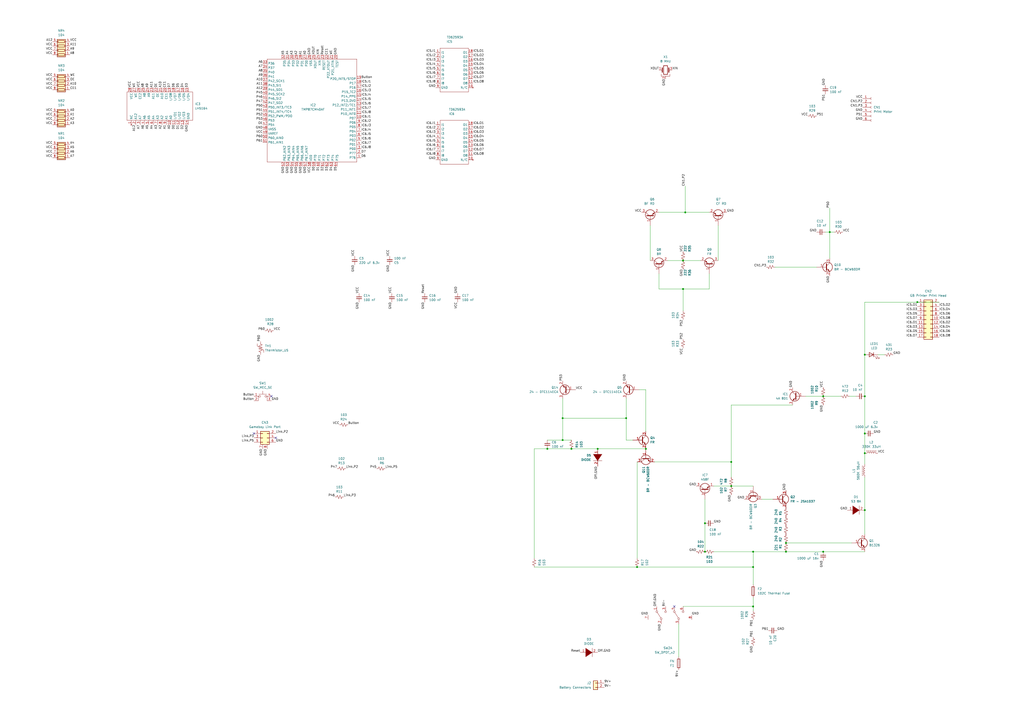
<source format=kicad_sch>
(kicad_sch (version 20211123) (generator eeschema)
  (paper "A2")
  (lib_symbols
    (symbol "Connector:Conn_01x06_Female" (pin_names (offset 1.016) hide)
      (property "Reference" "J" (at 0 7.62 0))
      (property "Value" "Conn_01x06_Female" (at 0 -10.16 0))
      (symbol "Conn_01x06_Female_1_1"
        (pin passive line (at -5.08 5.08 0) (length 3.81) (name "Pin_1") (number "1"))
        (pin passive line (at -5.08 2.54 0) (length 3.81) (name "Pin_2") (number "2"))
        (pin passive line (at -5.08 0 0) (length 3.81) (name "Pin_3") (number "3"))
        (pin passive line (at -5.08 -2.54 0) (length 3.81) (name "Pin_4") (number "4"))
        (pin passive line (at -5.08 -5.08 0) (length 3.81) (name "Pin_5") (number "5"))
        (pin passive line (at -5.08 -7.62 0) (length 3.81) (name "Pin_6") (number "6"))
      )
    )
    (symbol "Connector_Generic:Conn_01x02" (pin_names (offset 1.016) hide)
      (property "Reference" "J" (at 0 2.54 0))
      (property "Value" "Conn_01x02" (at 0 -5.08 0))
      (symbol "Conn_01x02_1_1"
        (pin passive line (at -5.08 0 0) (length 3.81) (name "Pin_1") (number "1"))
        (pin passive line (at -5.08 -2.54 0) (length 3.81) (name "Pin_2") (number "2"))
      )
    )
    (symbol "Connector_Generic:Conn_02x03_Odd_Even" (pin_names (offset 1.016) hide)
      (property "Reference" "CN3" (at 1.27 8.89 0))
      (property "Value" "Gameboy Link Port" (at 1.27 6.35 0))
      (symbol "Conn_02x03_Odd_Even_1_1"
        (pin passive line (at -5.08 2.54 0) (length 3.81) (name "Pin_1") (number "1"))
        (pin passive line (at 7.62 2.54 180) (length 3.81) (name "Pin_2") (number "2"))
        (pin passive line (at -5.08 0 0) (length 3.81) (name "Pin_3") (number "3"))
        (pin passive line (at 7.62 0 180) (length 3.81) (name "Pin_4") (number "4"))
        (pin passive line (at -5.08 -2.54 0) (length 3.81) (name "Pin_5") (number "5"))
        (pin passive line (at 7.62 -2.54 180) (length 3.81) (name "Pin_6") (number "6"))
        (pin power_in line (at 0 -6.35 90) (length 2.54) (name "GND") (number "7"))
        (pin power_in line (at 2.54 -6.35 90) (length 2.54) (name "GND") (number "8"))
      )
    )
    (symbol "Connector_Generic:Conn_02x09_Odd_Even" (pin_names (offset 1.016) hide)
      (property "Reference" "J" (at 1.27 12.7 0))
      (property "Value" "Conn_02x09_Odd_Even" (at 1.27 -12.7 0))
      (symbol "Conn_02x09_Odd_Even_1_1"
        (pin passive line (at -5.08 10.16 0) (length 3.81) (name "Pin_1") (number "1"))
        (pin passive line (at 7.62 0 180) (length 3.81) (name "Pin_10") (number "10"))
        (pin passive line (at -5.08 -2.54 0) (length 3.81) (name "Pin_11") (number "11"))
        (pin passive line (at 7.62 -2.54 180) (length 3.81) (name "Pin_12") (number "12"))
        (pin passive line (at -5.08 -5.08 0) (length 3.81) (name "Pin_13") (number "13"))
        (pin passive line (at 7.62 -5.08 180) (length 3.81) (name "Pin_14") (number "14"))
        (pin passive line (at -5.08 -7.62 0) (length 3.81) (name "Pin_15") (number "15"))
        (pin passive line (at 7.62 -7.62 180) (length 3.81) (name "Pin_16") (number "16"))
        (pin passive line (at -5.08 -10.16 0) (length 3.81) (name "Pin_17") (number "17"))
        (pin passive line (at 7.62 -10.16 180) (length 3.81) (name "Pin_18") (number "18"))
        (pin passive line (at 7.62 10.16 180) (length 3.81) (name "Pin_2") (number "2"))
        (pin passive line (at -5.08 7.62 0) (length 3.81) (name "Pin_3") (number "3"))
        (pin passive line (at 7.62 7.62 180) (length 3.81) (name "Pin_4") (number "4"))
        (pin passive line (at -5.08 5.08 0) (length 3.81) (name "Pin_5") (number "5"))
        (pin passive line (at 7.62 5.08 180) (length 3.81) (name "Pin_6") (number "6"))
        (pin passive line (at -5.08 2.54 0) (length 3.81) (name "Pin_7") (number "7"))
        (pin passive line (at 7.62 2.54 180) (length 3.81) (name "Pin_8") (number "8"))
        (pin passive line (at -5.08 0 0) (length 3.81) (name "Pin_9") (number "9"))
      )
    )
    (symbol "Device:C_Small" (pin_numbers hide) (pin_names (offset 0.254) hide)
      (property "Reference" "C" (at 0.254 1.778 0))
      (property "Value" "C_Small" (at 0.254 -2.032 0))
      (symbol "C_Small_1_1"
        (pin passive line (at 0 2.54 270) (length 2.032) (name "~") (number "1"))
        (pin passive line (at 0 -2.54 90) (length 2.032) (name "~") (number "2"))
      )
    )
    (symbol "Device:Crystal_GND2" (pin_names (offset 1.016) hide)
      (property "Reference" "Y" (at 0 5.715 0))
      (property "Value" "Crystal_GND2" (at 0 3.81 0))
      (symbol "Crystal_GND2_1_1"
        (pin passive line (at -3.81 0 0) (length 1.27) (name "1") (number "1"))
        (pin passive line (at 0 -5.08 90) (length 1.27) (name "2") (number "2"))
        (pin passive line (at 3.81 0 180) (length 1.27) (name "3") (number "3"))
      )
    )
    (symbol "Device:Fuse" (pin_numbers hide) (pin_names (offset 0))
      (property "Reference" "F" (at 2.032 0 90))
      (property "Value" "Fuse" (at -1.905 0 90))
      (symbol "Fuse_1_1"
        (pin passive line (at 0 3.81 270) (length 1.27) (name "~") (number "1"))
        (pin passive line (at 0 -3.81 90) (length 1.27) (name "~") (number "2"))
      )
    )
    (symbol "Device:LED" (pin_numbers hide) (pin_names (offset 1.016) hide)
      (property "Reference" "D" (at 0 2.54 0))
      (property "Value" "LED" (at 0 -2.54 0))
      (symbol "LED_1_1"
        (pin passive line (at -3.81 0 0) (length 2.54) (name "K") (number "1"))
        (pin passive line (at 3.81 0 180) (length 2.54) (name "A") (number "2"))
      )
    )
    (symbol "Device:L_Ferrite" (pin_numbers hide) (pin_names (offset 1.016) hide)
      (property "Reference" "L" (at -1.27 0 90))
      (property "Value" "L_Ferrite" (at 2.794 0 90))
      (symbol "L_Ferrite_1_1"
        (pin passive line (at 0 3.81 270) (length 1.27) (name "1") (number "1"))
        (pin passive line (at 0 -3.81 90) (length 1.27) (name "2") (number "2"))
      )
    )
    (symbol "Device:Q_NPN_BEC" (pin_names (offset 0) hide)
      (property "Reference" "Q" (at 5.08 1.27 0))
      (property "Value" "Q_NPN_BEC" (at 5.08 -1.27 0))
      (symbol "Q_NPN_BEC_1_1"
        (pin input line (at -5.08 0 0) (length 5.715) (name "B") (number "1"))
        (pin passive line (at 2.54 -5.08 90) (length 2.54) (name "E") (number "2"))
        (pin passive line (at 2.54 5.08 270) (length 2.54) (name "C") (number "3"))
      )
    )
    (symbol "Device:Q_PNP_BCE" (pin_names (offset 0) hide)
      (property "Reference" "Q" (at 5.08 1.27 0))
      (property "Value" "Q_PNP_BCE" (at 5.08 -1.27 0))
      (symbol "Q_PNP_BCE_1_1"
        (pin input line (at -5.08 0 0) (length 5.715) (name "B") (number "1"))
        (pin passive line (at 2.54 5.08 270) (length 2.54) (name "C") (number "2"))
        (pin passive line (at 2.54 -5.08 90) (length 2.54) (name "E") (number "3"))
      )
    )
    (symbol "Device:Q_PNP_BEC" (pin_names (offset 0) hide)
      (property "Reference" "Q" (at 5.08 1.27 0))
      (property "Value" "Q_PNP_BEC" (at 5.08 -1.27 0))
      (symbol "Q_PNP_BEC_1_1"
        (pin input line (at -5.08 0 0) (length 5.715) (name "B") (number "1"))
        (pin passive line (at 2.54 -5.08 90) (length 2.54) (name "E") (number "2"))
        (pin passive line (at 2.54 5.08 270) (length 2.54) (name "C") (number "3"))
      )
    )
    (symbol "Device:R_Pack04" (pin_names (offset 0) hide)
      (property "Reference" "RN" (at -7.62 0 90))
      (property "Value" "R_Pack04" (at 5.08 0 90))
      (symbol "R_Pack04_1_1"
        (pin passive line (at -5.08 -5.08 90) (length 2.54) (name "R1.1") (number "1"))
        (pin passive line (at -2.54 -5.08 90) (length 2.54) (name "R2.1") (number "2"))
        (pin passive line (at 0 -5.08 90) (length 2.54) (name "R3.1") (number "3"))
        (pin passive line (at 2.54 -5.08 90) (length 2.54) (name "R4.1") (number "4"))
        (pin passive line (at 2.54 5.08 270) (length 2.54) (name "R4.2") (number "5"))
        (pin passive line (at 0 5.08 270) (length 2.54) (name "R3.2") (number "6"))
        (pin passive line (at -2.54 5.08 270) (length 2.54) (name "R2.2") (number "7"))
        (pin passive line (at -5.08 5.08 270) (length 2.54) (name "R1.2") (number "8"))
      )
    )
    (symbol "Device:R_Small_US" (pin_numbers hide) (pin_names (offset 0.254) hide)
      (property "Reference" "R" (at 0.762 0.508 0))
      (property "Value" "R_Small_US" (at 0.762 -1.016 0))
      (symbol "R_Small_US_1_1"
        (pin passive line (at 0 2.54 270) (length 1.016) (name "~") (number "1"))
        (pin passive line (at 0 -2.54 90) (length 1.016) (name "~") (number "2"))
      )
    )
    (symbol "Device:Thermistor_US" (pin_numbers hide) (pin_names (offset 0))
      (property "Reference" "TH" (at 2.54 1.27 90))
      (property "Value" "Thermistor_US" (at -2.54 0 90))
      (symbol "Thermistor_US_1_1"
        (pin passive line (at 0 3.81 270) (length 1.27) (name "~") (number "1"))
        (pin passive line (at 0 -3.81 90) (length 1.27) (name "~") (number "2"))
      )
    )
    (symbol "GB Printer:LH5164"
      (property "Reference" "U" (at 0 -1.27 0))
      (property "Value" "LH5164" (at 0 1.27 0))
      (symbol "LH5164_1_1"
        (pin no_connect line (at -16.51 -10.16 90) (length 2.54) (name "NC") (number "1"))
        (pin input line (at 6.35 -10.16 90) (length 2.54) (name "A0") (number "10"))
        (pin bidirectional line (at 8.89 -10.16 90) (length 2.54) (name "I/O1") (number "11"))
        (pin bidirectional line (at 11.43 -10.16 90) (length 2.54) (name "I/O2") (number "12"))
        (pin bidirectional line (at 13.97 -10.16 90) (length 2.54) (name "I/O3") (number "13"))
        (pin power_in line (at 16.51 -10.16 90) (length 2.54) (name "GND") (number "14"))
        (pin bidirectional line (at 16.51 11.43 270) (length 2.54) (name "I/O4") (number "15"))
        (pin bidirectional line (at 13.97 11.43 270) (length 2.54) (name "I/O5") (number "16"))
        (pin bidirectional line (at 11.43 11.43 270) (length 2.54) (name "I/O6") (number "17"))
        (pin bidirectional line (at 8.89 11.43 270) (length 2.54) (name "I/O7") (number "18"))
        (pin bidirectional line (at 6.35 11.43 270) (length 2.54) (name "I/O8") (number "19"))
        (pin input line (at -13.97 -10.16 90) (length 2.54) (name "A12") (number "2"))
        (pin input line (at 3.81 11.43 270) (length 2.54) (name "CE1") (number "20"))
        (pin input line (at 1.27 11.43 270) (length 2.54) (name "A10") (number "21"))
        (pin input line (at -1.27 11.43 270) (length 2.54) (name "OE") (number "22"))
        (pin input line (at -3.81 11.43 270) (length 2.54) (name "A11") (number "23"))
        (pin input line (at -6.35 11.43 270) (length 2.54) (name "A9") (number "24"))
        (pin input line (at -8.89 11.43 270) (length 2.54) (name "A8") (number "25"))
        (pin input line (at -11.43 11.43 270) (length 2.54) (name "CE2") (number "26"))
        (pin input line (at -13.97 11.43 270) (length 2.54) (name "WE") (number "27"))
        (pin power_in line (at -16.51 11.43 270) (length 2.54) (name "VCC") (number "28"))
        (pin input line (at -11.43 -10.16 90) (length 2.54) (name "A7") (number "3"))
        (pin input line (at -8.89 -10.16 90) (length 2.54) (name "A6") (number "4"))
        (pin input line (at -6.35 -10.16 90) (length 2.54) (name "A5") (number "5"))
        (pin input line (at -3.81 -10.16 90) (length 2.54) (name "A4") (number "6"))
        (pin input line (at -1.27 -10.16 90) (length 2.54) (name "A3") (number "7"))
        (pin input line (at 1.27 -10.16 90) (length 2.54) (name "A2") (number "8"))
        (pin input line (at 3.81 -10.16 90) (length 2.54) (name "A1") (number "9"))
      )
    )
    (symbol "GB Printer:TD62593A"
      (property "Reference" "U" (at 0 -1.27 0))
      (property "Value" "TD62593A" (at 0 1.27 0))
      (symbol "TD62593A_1_1"
        (pin input line (at -10.16 -10.16 90) (length 2.54) (name "I1") (number "1"))
        (pin no_connect line (at 10.16 11.43 270) (length 2.54) (name "N/C") (number "10"))
        (pin input line (at 7.62 11.43 270) (length 2.54) (name "O8") (number "11"))
        (pin input line (at 5.08 11.43 270) (length 2.54) (name "O7") (number "12"))
        (pin input line (at 2.54 11.43 270) (length 2.54) (name "O6") (number "13"))
        (pin input line (at 0 11.43 270) (length 2.54) (name "O5") (number "14"))
        (pin input line (at -2.54 11.43 270) (length 2.54) (name "O4") (number "15"))
        (pin input line (at -5.08 11.43 270) (length 2.54) (name "O3") (number "16"))
        (pin input line (at -7.62 11.43 270) (length 2.54) (name "O2") (number "17"))
        (pin input line (at -10.16 11.43 270) (length 2.54) (name "O1") (number "18"))
        (pin input line (at -7.62 -10.16 90) (length 2.54) (name "I2") (number "2"))
        (pin input line (at -5.08 -10.16 90) (length 2.54) (name "I3") (number "3"))
        (pin input line (at -2.54 -10.16 90) (length 2.54) (name "I4") (number "4"))
        (pin input line (at 0 -10.16 90) (length 2.54) (name "I5") (number "5"))
        (pin input line (at 2.54 -10.16 90) (length 2.54) (name "I6") (number "6"))
        (pin input line (at 5.08 -10.16 90) (length 2.54) (name "I7") (number "7"))
        (pin input line (at 7.62 -10.16 90) (length 2.54) (name "I8") (number "8"))
        (pin power_in line (at 10.16 -10.16 90) (length 2.54) (name "GND") (number "9"))
      )
    )
    (symbol "GB Printer:TMP87CM40AF"
      (property "Reference" "U" (at 0 2.54 0))
      (property "Value" "TMP87CM40AF" (at 0 0 0))
      (symbol "TMP87CM40AF_1_1"
        (pin bidirectional line (at -27.94 -29.21 90) (length 2.54) (name "P76") (number "1"))
        (pin bidirectional line (at -5.08 -29.21 90) (length 2.54) (name "P07") (number "10"))
        (pin bidirectional line (at -2.54 -29.21 90) (length 2.54) (name "P10_INT0") (number "11"))
        (pin bidirectional line (at 0 -29.21 90) (length 2.54) (name "P11_INT1") (number "12"))
        (pin bidirectional line (at 2.54 -29.21 90) (length 2.54) (name "P12_INT2/TC1") (number "13"))
        (pin bidirectional line (at 5.08 -29.21 90) (length 2.54) (name "P13_DVO") (number "14"))
        (pin bidirectional line (at 7.62 -29.21 90) (length 2.54) (name "P14_PPG") (number "15"))
        (pin bidirectional line (at 10.16 -29.21 90) (length 2.54) (name "P15_TC2") (number "16"))
        (pin bidirectional line (at 12.7 -29.21 90) (length 2.54) (name "P16") (number "17"))
        (pin bidirectional line (at 15.24 -29.21 90) (length 2.54) (name "P17") (number "18"))
        (pin bidirectional line (at 17.78 -29.21 90) (length 2.54) (name "P20_INT5/STOP") (number "19"))
        (pin bidirectional line (at -25.4 -29.21 90) (length 2.54) (name "P77") (number "2"))
        (pin input line (at 31.75 -15.24 180) (length 2.54) (name "TEST") (number "20"))
        (pin bidirectional line (at 31.75 -12.7 180) (length 2.54) (name "P21_XTIN") (number "21"))
        (pin bidirectional line (at 31.75 -10.16 180) (length 2.54) (name "P22_XTOUT") (number "22"))
        (pin bidirectional line (at 31.75 -7.62 180) (length 2.54) (name "RESET") (number "23"))
        (pin input line (at 31.75 -5.08 180) (length 2.54) (name "XIN") (number "24"))
        (pin output line (at 31.75 -2.54 180) (length 2.54) (name "XOUT") (number "25"))
        (pin power_in line (at 31.75 0 180) (length 2.54) (name "VSS") (number "26"))
        (pin bidirectional line (at 31.75 2.54 180) (length 2.54) (name "P30") (number "27"))
        (pin bidirectional line (at 31.75 5.08 180) (length 2.54) (name "P31") (number "28"))
        (pin bidirectional line (at 31.75 7.62 180) (length 2.54) (name "P32") (number "29"))
        (pin bidirectional line (at -22.86 -29.21 90) (length 2.54) (name "P00") (number "3"))
        (pin bidirectional line (at 31.75 10.16 180) (length 2.54) (name "P33") (number "30"))
        (pin bidirectional line (at 31.75 12.7 180) (length 2.54) (name "P34") (number "31"))
        (pin bidirectional line (at 31.75 15.24 180) (length 2.54) (name "P35") (number "32"))
        (pin bidirectional line (at 26.67 27.94 270) (length 2.54) (name "P36") (number "33"))
        (pin bidirectional line (at 24.13 27.94 270) (length 2.54) (name "P37") (number "34"))
        (pin bidirectional line (at 21.59 27.94 270) (length 2.54) (name "P40") (number "35"))
        (pin bidirectional line (at 19.05 27.94 270) (length 2.54) (name "P41") (number "36"))
        (pin bidirectional line (at 16.51 27.94 270) (length 2.54) (name "P42_SCK1") (number "37"))
        (pin bidirectional line (at 13.97 27.94 270) (length 2.54) (name "P43_SI1") (number "38"))
        (pin bidirectional line (at 11.43 27.94 270) (length 2.54) (name "P44_SO1") (number "39"))
        (pin bidirectional line (at -20.32 -29.21 90) (length 2.54) (name "P01") (number "4"))
        (pin bidirectional line (at 8.89 27.94 270) (length 2.54) (name "P45_SCK2") (number "40"))
        (pin bidirectional line (at 6.35 27.94 270) (length 2.54) (name "P46_SI2") (number "41"))
        (pin bidirectional line (at 3.81 27.94 270) (length 2.54) (name "P47_SO2") (number "42"))
        (pin bidirectional line (at 1.27 27.94 270) (length 2.54) (name "P50_INT3/TC3") (number "43"))
        (pin bidirectional line (at -1.27 27.94 270) (length 2.54) (name "P51_INT4/TC4") (number "44"))
        (pin bidirectional line (at -3.81 27.94 270) (length 2.54) (name "P52_PWM/PDO") (number "45"))
        (pin bidirectional line (at -6.35 27.94 270) (length 2.54) (name "P53") (number "46"))
        (pin bidirectional line (at -8.89 27.94 270) (length 2.54) (name "P54") (number "47"))
        (pin power_in line (at -11.43 27.94 270) (length 2.54) (name "VASS") (number "48"))
        (pin power_in line (at -13.97 27.94 270) (length 2.54) (name "VAREF") (number "49"))
        (pin bidirectional line (at -17.78 -29.21 90) (length 2.54) (name "P02") (number "5"))
        (pin bidirectional line (at -16.51 27.94 270) (length 2.54) (name "P60_AIN0") (number "50"))
        (pin bidirectional line (at -19.05 27.94 270) (length 2.54) (name "P61_AIN1") (number "51"))
        (pin bidirectional line (at -33.02 15.24 0) (length 2.54) (name "P62_AIN2") (number "52"))
        (pin bidirectional line (at -33.02 12.7 0) (length 2.54) (name "P63_AIN3") (number "53"))
        (pin bidirectional line (at -33.02 10.16 0) (length 2.54) (name "P64_AIN4") (number "54"))
        (pin bidirectional line (at -33.02 7.62 0) (length 2.54) (name "P65_AIN5") (number "55"))
        (pin bidirectional line (at -33.02 5.08 0) (length 2.54) (name "P66_AIN6") (number "56"))
        (pin bidirectional line (at -33.02 2.54 0) (length 2.54) (name "P67_AIN7") (number "57"))
        (pin power_in line (at -33.02 0 0) (length 2.54) (name "VDD") (number "58"))
        (pin bidirectional line (at -33.02 -2.54 0) (length 2.54) (name "P70") (number "59"))
        (pin bidirectional line (at -15.24 -29.21 90) (length 2.54) (name "P03") (number "6"))
        (pin bidirectional line (at -33.02 -5.08 0) (length 2.54) (name "P71") (number "60"))
        (pin bidirectional line (at -33.02 -7.62 0) (length 2.54) (name "P72") (number "61"))
        (pin bidirectional line (at -33.02 -10.16 0) (length 2.54) (name "P73") (number "62"))
        (pin bidirectional line (at -33.02 -12.7 0) (length 2.54) (name "P74") (number "63"))
        (pin bidirectional line (at -33.02 -15.24 0) (length 2.54) (name "P75") (number "64"))
        (pin bidirectional line (at -12.7 -29.21 90) (length 2.54) (name "P04") (number "7"))
        (pin bidirectional line (at -10.16 -29.21 90) (length 2.54) (name "P05") (number "8"))
        (pin bidirectional line (at -7.62 -29.21 90) (length 2.54) (name "P06") (number "9"))
      )
    )
    (symbol "GBA:SW_DPDT_x2" (pin_names (offset 0) hide)
      (property "Reference" "J?" (at -12.7 15.24 0))
      (property "Value" "SW_DPDT_x2" (at -7.62 17.78 0))
      (symbol "SW_DPDT_x2_1_1"
        (pin passive line (at 5.08 2.54 180) (length 2.54) (name "A") (number "1"))
        (pin passive line (at -5.08 0 0) (length 2.54) (name "B") (number "2"))
        (pin passive line (at 5.08 -2.54 180) (length 2.54) (name "C") (number "3"))
        (pin passive line (at 5.08 -7.62 180) (length 2.54) (name "A") (number "4"))
        (pin passive line (at -5.08 -10.16 0) (length 2.54) (name "B") (number "5"))
        (pin passive line (at 5.08 -12.7 180) (length 2.54) (name "C") (number "6"))
        (pin power_in line (at 0 7.62 180) (length 2.54) (name "Case_GND") (number "7"))
        (pin power_in line (at 0 -17.78 180) (length 2.54) (name "Case_GND") (number "8"))
      )
      (symbol "SW_DPDT_x2_2_1"
        (pin passive line (at 5.08 2.54 180) (length 2.54) (name "A") (number "4"))
        (pin power_in line (at 1.27 7.62 0) (length 2.54) (name "Case_GND") (number "4-UB"))
        (pin passive line (at -5.08 0 0) (length 2.54) (name "B") (number "5"))
        (pin power_in line (at 1.27 -7.62 0) (length 2.54) (name "Case_GND") (number "5-UB"))
        (pin passive line (at 5.08 -2.54 180) (length 2.54) (name "C") (number "6"))
      )
    )
    (symbol "Switch:SW_MEC_5E" (pin_names (offset 1.016) hide)
      (property "Reference" "SW" (at 0.635 5.715 0))
      (property "Value" "SW_MEC_5E" (at 0 -3.175 0))
      (symbol "SW_MEC_5E_0_1"
        (pin passive line (at -5.08 2.54 0) (length 2.54) (name "1") (number "1"))
        (pin passive line (at -5.08 0 0) (length 2.54) (name "2") (number "2"))
        (pin passive line (at 5.08 0 180) (length 2.54) (name "K") (number "3"))
        (pin passive line (at 5.08 2.54 180) (length 2.54) (name "A") (number "4"))
      )
    )
    (symbol "Transistor_BJT:2N3904" (pin_names (offset 0) hide)
      (property "Reference" "Q" (at 5.08 1.905 0))
      (property "Value" "2N3904" (at 5.08 0 0))
      (symbol "2N3904_1_1"
        (pin passive line (at 2.54 -5.08 90) (length 2.54) (name "E") (number "1"))
        (pin passive line (at -5.08 0 0) (length 5.715) (name "B") (number "2"))
        (pin passive line (at 2.54 5.08 270) (length 2.54) (name "C") (number "3"))
      )
    )
    (symbol "pspice:DIODE" (pin_names (offset 1.016) hide)
      (property "Reference" "D" (at 0 3.81 0))
      (property "Value" "DIODE" (at 0 -4.445 0))
      (symbol "DIODE_1_1"
        (pin input line (at -5.08 0 0) (length 3.81) (name "K") (number "1"))
        (pin input line (at 5.08 0 180) (length 3.81) (name "A") (number "2"))
      )
    )
  )
  (junction (at 326.39 242.57))
  (junction (at 424.18 267.97))
  (junction (at 501.65 295.91))
  (junction (at 408.94 303.53))
  (junction (at 501.65 251.46))
  (junction (at 363.22 242.57))
  (junction (at 501.65 262.89))
  (junction (at 326.39 255.27))
  (junction (at 374.65 260.35))
  (junction (at 436.88 351.79))
  (junction (at 436.88 328.93))
  (junction (at 501.65 229.87))
  (junction (at 501.65 205.74))
  (junction (at 369.57 328.93))
  (junction (at 532.13 175.26))
  (junction (at 396.24 151.13))
  (junction (at 331.47 260.35))
  (junction (at 346.71 260.35))
  (junction (at 455.93 314.96))
  (junction (at 424.18 281.94))
  (junction (at 397.51 123.19))
  (junction (at 481.33 134.62))
  (junction (at 455.93 320.04))
  (junction (at 436.88 320.04))
  (junction (at 477.52 229.87))
  (junction (at 408.94 320.04))
  (junction (at 317.5 260.35))
  (junction (at 477.52 320.04))
  (junction (at 396.24 167.64))
  (no_connect (at 391.16 351.79))
  (no_connect (at 160.02 254))
  (no_connect (at 147.32 251.46))
  (no_connect (at 157.48 229.87))
  (wire (pts (xy 369.57 267.97) (xy 369.57 323.85)))
  (wire (pts (xy 396.24 351.79) (xy 436.88 351.79)))
  (wire (pts (xy 532.13 175.26) (xy 501.65 175.26)))
  (wire (pts (xy 436.88 320.04) (xy 455.93 320.04)))
  (wire (pts (xy 379.73 267.97) (xy 424.18 267.97)))
  (wire (pts (xy 382.27 158.75) (xy 382.27 167.64)))
  (wire (pts (xy 411.48 158.75) (xy 411.48 167.64)))
  (wire (pts (xy 481.33 120.65) (xy 481.33 134.62)))
  (wire (pts (xy 477.52 229.87) (xy 467.36 229.87)))
  (wire (pts (xy 326.39 242.57) (xy 326.39 255.27)))
  (wire (pts (xy 406.4 151.13) (xy 396.24 151.13)))
  (wire (pts (xy 387.35 151.13) (xy 396.24 151.13)))
  (wire (pts (xy 331.47 255.27) (xy 326.39 255.27)))
  (wire (pts (xy 408.94 289.56) (xy 408.94 303.53)))
  (wire (pts (xy 501.65 295.91) (xy 501.65 309.88)))
  (wire (pts (xy 455.93 320.04) (xy 477.52 320.04)))
  (wire (pts (xy 441.96 289.56) (xy 448.31 289.56)))
  (wire (pts (xy 449.58 154.94) (xy 473.71 154.94)))
  (wire (pts (xy 501.65 276.86) (xy 501.65 295.91)))
  (wire (pts (xy 414.02 320.04) (xy 436.88 320.04)))
  (wire (pts (xy 393.7 361.95) (xy 393.7 381)))
  (wire (pts (xy 544.83 175.26) (xy 532.13 175.26)))
  (wire (pts (xy 309.88 323.85) (xy 309.88 260.35)))
  (wire (pts (xy 326.39 255.27) (xy 317.5 255.27)))
  (wire (pts (xy 326.39 231.14) (xy 326.39 242.57)))
  (wire (pts (xy 377.19 130.81) (xy 377.19 151.13)))
  (wire (pts (xy 363.22 242.57) (xy 326.39 242.57)))
  (wire (pts (xy 382.27 123.19) (xy 397.51 123.19)))
  (wire (pts (xy 501.65 251.46) (xy 501.65 262.89)))
  (wire (pts (xy 369.57 328.93) (xy 436.88 328.93)))
  (wire (pts (xy 424.18 234.95) (xy 424.18 267.97)))
  (wire (pts (xy 436.88 351.79) (xy 436.88 354.33)))
  (wire (pts (xy 331.47 260.35) (xy 346.71 260.35)))
  (wire (pts (xy 309.88 328.93) (xy 369.57 328.93)))
  (wire (pts (xy 408.94 303.53) (xy 408.94 320.04)))
  (wire (pts (xy 501.65 175.26) (xy 501.65 205.74)))
  (wire (pts (xy 481.33 134.62) (xy 483.87 134.62)))
  (wire (pts (xy 496.57 229.87) (xy 492.76 229.87)))
  (wire (pts (xy 424.18 281.94) (xy 436.88 281.94)))
  (wire (pts (xy 478.79 134.62) (xy 481.33 134.62)))
  (wire (pts (xy 513.08 205.74) (xy 509.27 205.74)))
  (wire (pts (xy 487.68 229.87) (xy 477.52 229.87)))
  (wire (pts (xy 346.71 260.35) (xy 374.65 260.35)))
  (wire (pts (xy 501.65 205.74) (xy 501.65 229.87)))
  (wire (pts (xy 363.22 242.57) (xy 363.22 231.14)))
  (wire (pts (xy 317.5 260.35) (xy 331.47 260.35)))
  (wire (pts (xy 374.65 226.06) (xy 374.65 250.19)))
  (wire (pts (xy 436.88 320.04) (xy 436.88 328.93)))
  (wire (pts (xy 396.24 180.34) (xy 396.24 167.64)))
  (wire (pts (xy 363.22 255.27) (xy 363.22 242.57)))
  (wire (pts (xy 501.65 229.87) (xy 501.65 251.46)))
  (wire (pts (xy 424.18 267.97) (xy 424.18 276.86)))
  (wire (pts (xy 424.18 234.95) (xy 459.74 234.95)))
  (wire (pts (xy 481.33 134.62) (xy 481.33 149.86)))
  (wire (pts (xy 397.51 123.19) (xy 411.48 123.19)))
  (wire (pts (xy 455.93 314.96) (xy 494.03 314.96)))
  (wire (pts (xy 396.24 167.64) (xy 411.48 167.64)))
  (wire (pts (xy 414.02 281.94) (xy 424.18 281.94)))
  (wire (pts (xy 477.52 320.04) (xy 501.65 320.04)))
  (wire (pts (xy 397.51 107.95) (xy 397.51 123.19)))
  (wire (pts (xy 416.56 130.81) (xy 416.56 151.13)))
  (wire (pts (xy 374.65 226.06) (xy 370.84 226.06)))
  (wire (pts (xy 436.88 328.93) (xy 436.88 339.09)))
  (wire (pts (xy 436.88 346.71) (xy 436.88 351.79)))
  (wire (pts (xy 363.22 255.27) (xy 367.03 255.27)))
  (wire (pts (xy 309.88 260.35) (xy 317.5 260.35)))
  (wire (pts (xy 501.65 262.89) (xy 501.65 269.24)))
  (wire (pts (xy 382.27 167.64) (xy 396.24 167.64)))
  (label "VCC" (at 30.48 46.99 180))
  (label "P47" (at 195.58 271.78 180))
  (label "IC6.O3" (at 274.32 77.47 0))
  (label "GND" (at 246.38 175.26 270))
  (label "P51" (at 478.79 54.61 270))
  (label "CN1.P3" (at 500.38 62.23 180))
  (label "VCC" (at 30.48 26.67 180))
  (label "GND" (at 450.85 365.76 0))
  (label "IC6.I8" (at 209.55 86.36 0))
  (label "VCC" (at 477.52 224.79 90))
  (label "P46" (at 152.4 57.15 180))
  (label "IC6.O1" (at 274.32 72.39 0))
  (label "A6" (at 152.4 36.83 180))
  (label "IC5.I4" (at 209.55 55.88 0))
  (label "IC5.I7" (at 209.55 63.5 0))
  (label "A3" (at 170.18 31.75 90))
  (label "CE1" (at 96.52 50.8 90))
  (label "IC5.O6" (at 274.32 43.18 0))
  (label "IC5.I4" (at 252.73 38.1 180))
  (label "GND" (at 151.13 205.74 270))
  (label "P50" (at 481.33 120.65 90))
  (label "P61" (at 152.4 82.55 180))
  (label "IC5.I2" (at 252.73 33.02 180))
  (label "IC6.I7" (at 209.55 83.82 0))
  (label "A0" (at 177.8 31.75 90))
  (label "VCC" (at 30.48 83.82 180))
  (label "IC5.I1" (at 252.73 30.48 180))
  (label "A10" (at 40.64 49.53 0))
  (label "IC6.I1" (at 252.73 72.39 180))
  (label "9V-" (at 386.08 351.79 90))
  (label "Reset" (at 246.38 170.18 90))
  (label "P51" (at 500.38 67.31 180))
  (label "VCC" (at 500.38 57.15 180))
  (label "IC6.I3" (at 209.55 73.66 0))
  (label "WE" (at 40.64 44.45 0))
  (label "IC5.I8" (at 209.55 66.04 0))
  (label "VCC" (at 30.48 29.21 180))
  (label "Off.GND" (at 346.71 378.46 0))
  (label "A9" (at 86.36 50.8 90))
  (label "A12" (at 152.4 52.07 180))
  (label "GND" (at 157.48 232.41 0))
  (label "Button" (at 201.93 246.38 0))
  (label "D7" (at 99.06 50.8 90))
  (label "IC6.I6" (at 252.73 85.09 180))
  (label "VCC" (at 76.2 50.8 90))
  (label "D6" (at 101.6 50.8 90))
  (label "Off.GND" (at 346.71 270.51 270))
  (label "A11" (at 152.4 49.53 180))
  (label "IC5.I5" (at 209.55 58.42 0))
  (label "P47" (at 152.4 59.69 180))
  (label "IC6.I4" (at 252.73 80.01 180))
  (label "VCC" (at 30.48 67.31 180))
  (label "Link.P3" (at 147.32 254 180))
  (label "GND" (at 205.74 153.67 270))
  (label "GND" (at 252.73 50.8 180))
  (label "VCC" (at 208.28 170.18 90))
  (label "A12" (at 30.48 24.13 180))
  (label "P52" (at 396.24 185.42 270))
  (label "GND" (at 154.94 260.35 270))
  (label "P45" (at 218.44 271.78 180))
  (label "Link.P5" (at 147.32 256.54 180))
  (label "P52" (at 396.24 196.85 90))
  (label "GND" (at 195.58 31.75 90))
  (label "IC5.O1" (at 274.32 30.48 0))
  (label "P60" (at 151.13 198.12 90))
  (label "CE1" (at 190.5 31.75 90))
  (label "A4" (at 167.64 31.75 90))
  (label "GND" (at 421.64 123.19 0))
  (label "A6" (at 83.82 72.39 270))
  (label "VCC" (at 30.48 69.85 180))
  (label "IC6.O8" (at 544.83 195.58 0))
  (label "A7" (at 81.28 72.39 270))
  (label "VCC" (at 180.34 96.52 270))
  (label "IC6.O7" (at 532.13 195.58 180))
  (label "A4" (at 88.9 72.39 270))
  (label "GND" (at 227.33 175.26 270))
  (label "IC6.I5" (at 209.55 78.74 0))
  (label "A11" (at 40.64 26.67 0))
  (label "GND" (at 208.28 175.26 270))
  (label "VCC" (at 30.48 86.36 180))
  (label "VCC" (at 334.01 226.06 0))
  (label "VCC" (at 30.48 52.07 180))
  (label "A1" (at 96.52 72.39 270))
  (label "A1" (at 40.64 67.31 0))
  (label "VCC" (at 30.48 91.44 180))
  (label "A5" (at 40.64 86.36 0))
  (label "GND" (at 414.02 303.53 0))
  (label "A5" (at 86.36 72.39 270))
  (label "Link.P2" (at 160.02 251.46 0))
  (label "A11" (at 88.9 50.8 90))
  (label "IC5.I3" (at 252.73 35.56 180))
  (label "Link.P3" (at 199.39 288.29 0))
  (label "A5" (at 165.1 31.75 90))
  (label "IC6.I6" (at 209.55 81.28 0))
  (label "IC5.I5" (at 252.73 40.64 180))
  (label "GND" (at 109.22 72.39 270))
  (label "GND" (at 478.79 49.53 90))
  (label "Off.GND" (at 381 351.79 90))
  (label "GND" (at 172.72 96.52 270))
  (label "XIN" (at 185.42 31.75 90))
  (label "VCC" (at 468.63 67.31 180))
  (label "CN1.P2" (at 397.51 107.95 90))
  (label "D5" (at 104.14 50.8 90))
  (label "VCC" (at 30.48 88.9 180))
  (label "GND" (at 165.1 96.52 270))
  (label "IC6.I1" (at 209.55 68.58 0))
  (label "9V-" (at 350.52 398.78 0))
  (label "VCC" (at 396.24 201.93 270))
  (label "GND" (at 252.73 92.71 180))
  (label "GND" (at 160.02 256.54 0))
  (label "A10" (at 152.4 46.99 180))
  (label "IC5.O8" (at 544.83 185.42 0))
  (label "Link.P5" (at 223.52 271.78 0))
  (label "IC6.O5" (at 532.13 193.04 180))
  (label "A6" (at 40.64 88.9 0))
  (label "VCC" (at 81.28 50.8 90))
  (label "GND" (at 436.88 374.65 270))
  (label "P46" (at 194.31 288.29 180))
  (label "D0" (at 101.6 72.39 270))
  (label "A7" (at 40.64 91.44 0))
  (label "A3" (at 40.64 72.39 0))
  (label "IC6.O2" (at 544.83 187.96 0))
  (label "IC6.O6" (at 274.32 85.09 0))
  (label "VCC" (at 488.95 134.62 0))
  (label "VCC" (at 396.24 146.05 90))
  (label "IC5.I6" (at 209.55 60.96 0))
  (label "IC6.O6" (at 544.83 193.04 0))
  (label "IC5.O3" (at 274.32 35.56 0))
  (label "OE" (at 152.4 72.39 180))
  (label "IC5.I7" (at 252.73 45.72 180))
  (label "D7" (at 209.55 88.9 0))
  (label "GND" (at 167.64 96.52 270))
  (label "VCC" (at 227.33 170.18 90))
  (label "IC5.O7" (at 532.13 185.42 180))
  (label "CE1" (at 40.64 52.07 0))
  (label "CN1.P2" (at 500.38 59.69 180))
  (label "D3" (at 109.22 50.8 90))
  (label "IC6.I7" (at 252.73 87.63 180))
  (label "A8" (at 83.82 50.8 90))
  (label "D1" (at 185.42 96.52 270))
  (label "P52" (at 152.4 67.31 180))
  (label "IC6.O7" (at 274.32 87.63 0))
  (label "GND" (at 383.54 361.95 270))
  (label "GND" (at 375.92 356.87 180))
  (label "VCC" (at 30.48 44.45 180))
  (label "IC6.O8" (at 274.32 90.17 0))
  (label "GND" (at 500.38 69.85 180))
  (label "GND" (at 403.86 320.04 180))
  (label "IC6.I5" (at 252.73 82.55 180))
  (label "A7" (at 152.4 39.37 180))
  (label "A9" (at 40.64 29.21 0))
  (label "IC6.I3" (at 252.73 77.47 180))
  (label "VCC" (at 196.85 246.38 180))
  (label "IC5.O3" (at 532.13 180.34 180))
  (label "IC5.I1" (at 209.55 48.26 0))
  (label "IC5.I8" (at 252.73 48.26 180))
  (label "VCC" (at 30.48 31.75 180))
  (label "OE" (at 40.64 46.99 0))
  (label "GND" (at 386.08 45.72 270))
  (label "Reset" (at 336.55 378.46 180))
  (label "GND" (at 518.16 205.74 0))
  (label "9V+" (at 393.7 388.62 270))
  (label "A3" (at 91.44 72.39 270))
  (label "VCC" (at 30.48 49.53 180))
  (label "A2" (at 40.64 69.85 0))
  (label "D2" (at 106.68 72.39 270))
  (label "A12" (at 78.74 72.39 270))
  (label "P51" (at 473.71 67.31 0))
  (label "VCC" (at 509.27 262.89 0))
  (label "GND" (at 506.73 251.46 0))
  (label "Button" (at 147.32 232.41 180))
  (label "GND" (at 363.22 220.98 90))
  (label "P60" (at 153.67 191.77 180))
  (label "P53" (at 152.4 69.85 180))
  (label "IC5.O2" (at 274.32 33.02 0))
  (label "IC6.I2" (at 209.55 71.12 0))
  (label "VCC" (at 265.43 175.26 270))
  (label "VCC" (at 158.75 191.77 0))
  (label "GND" (at 431.8 289.56 180))
  (label "VCC" (at 152.4 77.47 180))
  (label "9V+" (at 350.52 396.24 0))
  (label "D2" (at 187.96 96.52 270))
  (label "VCC" (at 205.74 148.59 90))
  (label "XOUT" (at 182.88 31.75 90))
  (label "VCC" (at 30.48 64.77 180))
  (label "IC6.O1" (at 532.13 187.96 180))
  (label "GND" (at 500.38 64.77 180))
  (label "VCC" (at 40.64 24.13 0))
  (label "GND" (at 177.8 96.52 270))
  (label "GND" (at 424.18 287.02 270))
  (label "D5" (at 195.58 96.52 270))
  (label "GND" (at 170.18 96.52 270))
  (label "IC5.I3" (at 209.55 53.34 0))
  (label "P61" (at 436.88 369.57 90))
  (label "D1" (at 104.14 72.39 270))
  (label "A8" (at 152.4 41.91 180))
  (label "Reset" (at 187.96 31.75 90))
  (label "IC5.O5" (at 274.32 40.64 0))
  (label "IC5.O8" (at 274.32 48.26 0))
  (label "GND" (at 491.49 295.91 180))
  (label "IC6.I4" (at 209.55 76.2 0))
  (label "IC5.O6" (at 544.83 182.88 0))
  (label "IC5.O1" (at 532.13 177.8 180))
  (label "Button" (at 209.55 45.72 0))
  (label "Button" (at 147.32 229.87 180))
  (label "GND" (at 473.71 134.62 180))
  (label "IC5.I2" (at 209.55 50.8 0))
  (label "IC5.O4" (at 544.83 180.34 0))
  (label "IC6.O3" (at 532.13 190.5 180))
  (label "WE" (at 193.04 31.75 90))
  (label "GND" (at 403.86 281.94 180))
  (label "GND" (at 152.4 74.93 180))
  (label "CN1.P3" (at 444.5 154.94 180))
  (label "A8" (at 40.64 31.75 0))
  (label "GND" (at 459.74 224.79 90))
  (label "D3" (at 190.5 96.52 270))
  (label "P50" (at 152.4 62.23 180))
  (label "GND" (at 455.93 284.48 90))
  (label "A2" (at 172.72 31.75 90))
  (label "A10" (at 93.98 50.8 90))
  (label "IC6.O4" (at 274.32 80.01 0))
  (label "GND" (at 477.52 325.12 270))
  (label "IC5.O5" (at 532.13 182.88 180))
  (label "D0" (at 182.88 96.52 270))
  (label "XOUT" (at 382.27 40.64 180))
  (label "P45" (at 152.4 54.61 180))
  (label "A1" (at 175.26 31.75 90))
  (label "P53" (at 326.39 220.98 90))
  (label "IC6.I8" (at 252.73 90.17 180))
  (label "A2" (at 93.98 72.39 270))
  (label "IC5.O4" (at 274.32 38.1 0))
  (label "GND" (at 152.4 260.35 270))
  (label "A4" (at 40.64 83.82 0))
  (label "GND" (at 477.52 234.95 270))
  (label "IC6.O2" (at 274.32 74.93 0))
  (label "OE" (at 91.44 50.8 90))
  (label "IC6.I2" (at 252.73 74.93 180))
  (label "IC6.O4" (at 544.83 190.5 0))
  (label "GND" (at 226.06 153.67 270))
  (label "D4" (at 106.68 50.8 90))
  (label "IC6.O5" (at 274.32 82.55 0))
  (label "GND" (at 265.43 170.18 90))
  (label "IC5.O7" (at 274.32 45.72 0))
  (label "D4" (at 193.04 96.52 270))
  (label "GND" (at 401.32 356.87 0))
  (label "GND" (at 481.33 160.02 270))
  (label "IC5.I6" (at 252.73 43.18 180))
  (label "GND" (at 180.34 31.75 90))
  (label "VCC" (at 226.06 148.59 90))
  (label "GND" (at 175.26 96.52 270))
  (label "A0" (at 99.06 72.39 270))
  (label "P61" (at 445.77 365.76 180))
  (label "D6" (at 209.55 91.44 0))
  (label "IC5.O2" (at 544.83 177.8 0))
  (label "VCC" (at 372.11 123.19 180))
  (label "A9" (at 152.4 44.45 180))
  (label "A0" (at 40.64 64.77 0))
  (label "P61" (at 436.88 359.41 270))
  (label "P51" (at 152.4 64.77 180))
  (label "Link.P2" (at 200.66 271.78 0))
  (label "WE" (at 78.74 50.8 90))
  (label "XIN" (at 389.89 40.64 0))
  (label "GND" (at 396.24 156.21 270))
  (label "VCC" (at 30.48 72.39 180))
  (label "P60" (at 152.4 80.01 180))
  (symbol (lib_id "Device:R_Small_US") (at 196.85 288.29 90) (unit 1)
    (property "Reference" "R11" (at 198.755 285.1151 90) (effects (justify left)))
    (property "Value" "103" (at 198.755 282.5751 90) (effects (justify left)))
    (property "Footprint" "Gameboy Printer:SMD Cap-Res" (effects hide))
  )
  (symbol (lib_id "Device:R_Small_US") (at 436.88 372.11 180) (unit 1)
    (property "Reference" "R27" (at 433.7051 370.205 90) (effects (justify left)))
    (property "Value" "102" (at 431.1651 370.205 90) (effects (justify left)))
    (property "Footprint" "Gameboy Printer:SMD Cap-Res" (effects hide))
  )
  (symbol (lib_id "Device:R_Small_US") (at 309.88 326.39 0) (unit 1)
    (property "Reference" "R16" (at 313.0549 328.295 90) (effects (justify left)))
    (property "Value" "103" (at 315.5949 328.295 90) (effects (justify left)))
    (property "Footprint" "Gameboy Printer:SMD Cap-Res" (effects hide))
  )
  (symbol (lib_id "Device:R_Small_US") (at 477.52 227.33 180) (unit 1)
    (property "Reference" "R10" (at 473.71 223.52 90) (effects (justify left)))
    (property "Value" "1002" (at 471.17 223.52 90) (effects (justify left)))
    (property "Footprint" "Gameboy Printer:SMD Cap-Res" (effects hide))
  )
  (symbol (lib_id "Device:Q_PNP_BCE") (at 462.28 229.87 0) (mirror y) (unit 1)
    (property "Reference" "IC1" (at 457.2 228.5999 0) (effects (justify left)))
    (property "Value" "4A 8D1" (at 457.2 231.1399 0) (effects (justify left)))
    (property "Footprint" "Gameboy Printer:SOT89 Transistor" (effects hide))
  )
  (symbol (lib_id "Device:Q_NPN_BEC") (at 374.65 265.43 90) (mirror x) (unit 1)
    (property "Reference" "Q11" (at 373.3799 270.51 0) (effects (justify left)))
    (property "Value" "BR - BCW60DR" (at 375.9199 270.51 0) (effects (justify left)))
    (property "Footprint" "Gameboy Printer:Transistor" (effects hide))
  )
  (symbol (lib_id "Device:C_Small") (at 227.33 172.72 0) (unit 1)
    (property "Reference" "C15" (at 229.87 171.4562 0) (effects (justify left)))
    (property "Value" "100 nF" (at 229.87 173.9962 0) (effects (justify left)))
    (property "Footprint" "Gameboy Printer:SMD Cap-Res" (effects hide))
  )
  (symbol (lib_id "Device:C_Small") (at 499.11 229.87 90) (unit 1)
    (property "Reference" "C4" (at 500.38 223.52 90) (effects (justify left)))
    (property "Value" "10 nF" (at 500.38 226.06 90) (effects (justify left)))
    (property "Footprint" "Gameboy Printer:SMD Cap-Res" (effects hide))
  )
  (symbol (lib_id "Switch:SW_MEC_5E") (at 152.4 232.41 0) (unit 1)
    (property "Reference" "SW1" (at 152.4 222.25 0))
    (property "Value" "SW_MEC_5E" (at 152.4 224.79 0))
    (property "Footprint" "Gameboy Printer:Feed Button" (effects hide))
    (property "Datasheet" "http://www.apem.com/int/index.php?controller=attachment&id_attachment=1371" (effects hide))
  )
  (symbol (lib_id "Device:Q_PNP_BCE") (at 499.11 314.96 0) (unit 1)
    (property "Reference" "Q1" (at 504.19 313.6899 0) (effects (justify left)))
    (property "Value" "B1326" (at 504.19 316.2299 0) (effects (justify left)))
    (property "Footprint" "Gameboy Printer:B1326" (effects hide))
  )
  (symbol (lib_id "Device:Crystal_GND2") (at 386.08 40.64 0) (unit 1)
    (property "Reference" "X1" (at 386.08 33.02 0))
    (property "Value" "8 MHz" (at 386.08 35.56 0))
    (property "Footprint" "Gameboy Printer:8 MHz Crystal" (effects hide))
  )
  (symbol (lib_id "Device:Q_PNP_BEC") (at 411.48 153.67 270) (mirror x) (unit 1)
    (property "Reference" "Q9" (at 411.48 144.78 90))
    (property "Value" "FR" (at 411.48 147.32 90))
    (property "Footprint" "Gameboy Printer:Transistor" (effects hide))
  )
  (symbol (lib_id "Device:R_Pack04") (at 35.56 67.31 90) (unit 1)
    (property "Reference" "NR2" (at 35.56 58.42 90))
    (property "Value" "104" (at 35.56 60.96 90))
    (property "Footprint" "Gameboy Printer:Resistor Pack" (effects hide))
  )
  (symbol (lib_id "Device:Fuse") (at 393.7 384.81 180) (unit 1)
    (property "Reference" "F1" (at 391.16 386.0801 0) (effects (justify left)))
    (property "Value" "FN" (at 391.16 383.5401 0) (effects (justify left)))
    (property "Footprint" "Gameboy Printer:F1 Fuse" (effects hide))
  )
  (symbol (lib_id "Device:R_Pack04") (at 35.56 86.36 90) (unit 1)
    (property "Reference" "NR1" (at 35.56 77.47 90))
    (property "Value" "104" (at 35.56 80.01 90))
    (property "Footprint" "Gameboy Printer:Resistor Pack" (effects hide))
  )
  (symbol (lib_id "pspice:DIODE") (at 346.71 265.43 270) (unit 1)
    (property "Reference" "D5" (at 342.9 264.1599 90) (effects (justify right)))
    (property "Value" "DIODE" (at 342.9 266.6999 90) (effects (justify right)))
    (property "Footprint" "Gameboy Printer:Little Diode" (effects hide))
  )
  (symbol (lib_id "Transistor_BJT:2N3904") (at 408.94 284.48 90) (unit 1)
    (property "Reference" "IC7" (at 408.94 275.59 90))
    (property "Value" "458F" (at 408.94 278.13 90))
    (property "Footprint" "Gameboy Printer:SOT23-5 Transistor" (effects hide))
    (property "Datasheet" "https://www.onsemi.com/pub/Collateral/2N3903-D.PDF" (effects hide))
  )
  (symbol (lib_id "Device:R_Small_US") (at 486.41 134.62 90) (unit 1)
    (property "Reference" "R30" (at 488.315 131.4451 90) (effects (justify left)))
    (property "Value" "103" (at 488.315 128.9051 90) (effects (justify left)))
    (property "Footprint" "Gameboy Printer:SMD Cap-Res" (effects hide))
  )
  (symbol (lib_id "Device:C_Small") (at 477.52 322.58 0) (mirror y) (unit 1)
    (property "Reference" "C1" (at 474.98 321.3162 0) (effects (justify left)))
    (property "Value" "1000 uF 16v" (at 474.98 323.8562 0) (effects (justify left)))
    (property "Footprint" "Gameboy Printer:C1 1000 uF Cap" (effects hide))
  )
  (symbol (lib_id "Device:C_Small") (at 208.28 172.72 0) (unit 1)
    (property "Reference" "C14" (at 210.82 171.4562 0) (effects (justify left)))
    (property "Value" "100 nF" (at 210.82 173.9962 0) (effects (justify left)))
    (property "Footprint" "Gameboy Printer:SMD Cap-Res" (effects hide))
  )
  (symbol (lib_id "Device:R_Small_US") (at 198.12 271.78 90) (unit 1)
    (property "Reference" "R13" (at 200.025 268.6051 90) (effects (justify left)))
    (property "Value" "102" (at 200.025 266.0651 90) (effects (justify left)))
    (property "Footprint" "Gameboy Printer:SMD Cap-Res" (effects hide))
  )
  (symbol (lib_id "Device:R_Small_US") (at 220.98 271.78 90) (unit 1)
    (property "Reference" "R6" (at 222.885 268.6051 90) (effects (justify left)))
    (property "Value" "103" (at 222.885 266.0651 90) (effects (justify left)))
    (property "Footprint" "Gameboy Printer:SMD Cap-Res" (effects hide))
  )
  (symbol (lib_id "Device:R_Small_US") (at 515.62 205.74 270) (mirror x) (unit 1)
    (property "Reference" "R23" (at 513.715 202.5651 90) (effects (justify left)))
    (property "Value" "431" (at 513.715 200.0251 90) (effects (justify left)))
    (property "Footprint" "Gameboy Printer:SMD Cap-Res" (effects hide))
  )
  (symbol (lib_id "Device:Q_NPN_BEC") (at 382.27 153.67 90) (unit 1)
    (property "Reference" "Q8" (at 383.54 144.78 90) (effects (justify left)))
    (property "Value" "BR" (at 383.54 147.32 90) (effects (justify left)))
    (property "Footprint" "Gameboy Printer:Transistor" (effects hide))
  )
  (symbol (lib_id "Device:LED") (at 505.46 205.74 0) (mirror y) (unit 1)
    (property "Reference" "LED1" (at 507.0475 199.39 0))
    (property "Value" "LED" (at 507.0475 201.93 0))
    (property "Footprint" "Gameboy Printer:LED" (effects hide))
  )
  (symbol (lib_id "Device:C_Small") (at 246.38 172.72 0) (unit 1)
    (property "Reference" "C16" (at 248.92 171.4562 0) (effects (justify left)))
    (property "Value" "100 nF" (at 248.92 173.9962 0) (effects (justify left)))
    (property "Footprint" "Gameboy Printer:SMD Cap-Res" (effects hide))
  )
  (symbol (lib_id "Connector_Generic:Conn_02x09_Odd_Even") (at 537.21 185.42 0) (unit 1)
    (property "Reference" "CN2" (at 538.48 168.91 0))
    (property "Value" "GB Printer Print Head" (at 538.48 171.45 0))
    (property "Footprint" "Gameboy Printer:Printer Head Connector" (effects hide))
  )
  (symbol (lib_id "Device:R_Small_US") (at 331.47 257.81 0) (mirror x) (unit 1)
    (property "Reference" "R14" (at 334.6449 255.905 90) (effects (justify left)))
    (property "Value" "103" (at 337.1849 255.905 90) (effects (justify left)))
    (property "Footprint" "Gameboy Printer:SMD Cap-Res" (effects hide))
  )
  (symbol (lib_id "Device:R_Small_US") (at 199.39 246.38 90) (unit 1)
    (property "Reference" "R24" (at 201.295 243.2051 90) (effects (justify left)))
    (property "Value" "103" (at 201.295 240.6651 90) (effects (justify left)))
    (property "Footprint" "Gameboy Printer:SMD Cap-Res" (effects hide))
  )
  (symbol (lib_id "Device:R_Pack04") (at 35.56 26.67 90) (unit 1)
    (property "Reference" "NR4" (at 35.56 17.78 90))
    (property "Value" "104" (at 35.56 20.32 90))
    (property "Footprint" "Gameboy Printer:Resistor Pack" (effects hide))
  )
  (symbol (lib_id "Device:C_Small") (at 317.5 257.81 180) (unit 1)
    (property "Reference" "C6" (at 320.04 256.5335 0) (effects (justify right)))
    (property "Value" "100 nF" (at 320.04 259.0735 0) (effects (justify right)))
    (property "Footprint" "Gameboy Printer:SMD Cap-Res" (effects hide))
  )
  (symbol (lib_id "Device:R_Small_US") (at 411.48 320.04 270) (unit 1)
    (property "Reference" "R21" (at 409.575 323.2149 90) (effects (justify left)))
    (property "Value" "103" (at 409.575 325.7549 90) (effects (justify left)))
    (property "Footprint" "Gameboy Printer:SMD Cap-Res" (effects hide))
  )
  (symbol (lib_id "GB Printer:TD62593A") (at 262.89 82.55 270) (unit 1)
    (property "Reference" "IC6" (at 260.35 66.04 90) (effects (justify left)))
    (property "Value" "TD62593A" (at 260.35 63.5 90) (effects (justify left)))
    (property "Footprint" "Gameboy Printer:TD62593A" (effects hide))
  )
  (symbol (lib_id "Device:Q_PNP_BEC") (at 377.19 125.73 90) (unit 1)
    (property "Reference" "Q6" (at 379.73 115.57 90) (effects (justify left)))
    (property "Value" "BF RD" (at 379.73 118.11 90) (effects (justify left)))
    (property "Footprint" "Gameboy Printer:SOT89 Transistor" (effects hide))
  )
  (symbol (lib_id "GB Printer:TMP87CM40AF") (at 180.34 63.5 90) (unit 1)
    (property "Reference" "IC2" (at 181.61 60.96 90))
    (property "Value" "TMP87CM40AF" (at 181.61 63.5 90))
    (property "Footprint" "Gameboy Printer:TMP87CM40AF" (effects hide))
  )
  (symbol (lib_id "Device:C_Small") (at 476.25 134.62 270) (unit 1)
    (property "Reference" "C12" (at 473.71 128.27 90) (effects (justify left)))
    (property "Value" "10 nF" (at 473.71 130.81 90) (effects (justify left)))
    (property "Footprint" "Gameboy Printer:SMD Cap-Res" (effects hide))
  )
  (symbol (lib_id "Device:R_Small_US") (at 406.4 320.04 270) (mirror x) (unit 1)
    (property "Reference" "R22" (at 404.495 316.8651 90) (effects (justify left)))
    (property "Value" "104" (at 404.495 314.3251 90) (effects (justify left)))
    (property "Footprint" "Gameboy Printer:SMD Cap-Res" (effects hide))
  )
  (symbol (lib_id "Device:R_Small_US") (at 455.93 317.5 180) (unit 1)
    (property "Reference" "R1" (at 452.7551 315.595 90) (effects (justify left)))
    (property "Value" "221" (at 450.2151 315.595 90) (effects (justify left)))
    (property "Footprint" "Gameboy Printer:SMD Cap-Res" (effects hide))
  )
  (symbol (lib_id "Device:R_Small_US") (at 471.17 67.31 90) (unit 1)
    (property "Reference" "R29" (at 473.075 64.1351 90) (effects (justify left)))
    (property "Value" "103" (at 473.075 61.5951 90) (effects (justify left)))
    (property "Footprint" "Gameboy Printer:SMD Cap-Res" (effects hide))
  )
  (symbol (lib_id "GB Printer:LH5164") (at 92.71 62.23 0) (unit 1)
    (property "Reference" "IC3" (at 113.03 60.3249 0) (effects (justify left)))
    (property "Value" "LH5164" (at 113.03 62.8649 0) (effects (justify left)))
    (property "Footprint" "Gameboy Printer:LH5164 SRAM" (effects hide))
  )
  (symbol (lib_id "Device:C_Small") (at 478.79 52.07 0) (unit 1)
    (property "Reference" "C19" (at 481.33 50.8062 0) (effects (justify left)))
    (property "Value" "100 nF" (at 481.33 53.3462 0) (effects (justify left)))
    (property "Footprint" "Gameboy Printer:SMD Cap-Res" (effects hide))
  )
  (symbol (lib_id "Device:R_Small_US") (at 455.93 312.42 0) (mirror y) (unit 1)
    (property "Reference" "R2" (at 452.7551 314.325 90) (effects (justify left)))
    (property "Value" "240" (at 450.2151 314.325 90) (effects (justify left)))
    (property "Footprint" "Gameboy Printer:SMD Cap-Res" (effects hide))
  )
  (symbol (lib_id "Device:R_Small_US") (at 424.18 279.4 180) (unit 1)
    (property "Reference" "R8" (at 421.0051 277.495 90) (effects (justify left)))
    (property "Value" "472" (at 418.4651 277.495 90) (effects (justify left)))
    (property "Footprint" "Gameboy Printer:SMD Cap-Res" (effects hide))
  )
  (symbol (lib_id "Device:L_Ferrite") (at 501.65 273.05 0) (mirror y) (unit 1)
    (property "Reference" "L1" (at 495.3 273.05 90))
    (property "Value" "560K 56uH" (at 497.84 273.05 90))
    (property "Footprint" "Gameboy Printer:L1 Inductor" (effects hide))
  )
  (symbol (lib_id "Device:Q_NPN_BEC") (at 436.88 287.02 270) (unit 1)
    (property "Reference" "Q3" (at 438.1501 292.1 0) (effects (justify left)))
    (property "Value" "BR - BCW60DR" (at 435.6101 292.1 0) (effects (justify left)))
    (property "Footprint" "Gameboy Printer:Transistor" (effects hide))
  )
  (symbol (lib_id "Device:Thermistor_US") (at 151.13 201.93 0) (unit 1)
    (property "Reference" "TH1" (at 153.67 200.6599 0) (effects (justify left)))
    (property "Value" "Thermistor_US" (at 153.67 203.1999 0) (effects (justify left)))
    (property "Footprint" "Gameboy Printer:TH1 Thermistor" (effects hide))
  )
  (symbol (lib_id "Device:R_Small_US") (at 396.24 182.88 180) (unit 1)
    (property "Reference" "R34" (at 393.0651 180.975 90) (effects (justify left)))
    (property "Value" "103" (at 390.5251 180.975 90) (effects (justify left)))
    (property "Footprint" "Gameboy Printer:SMD Cap-Res" (effects hide))
  )
  (symbol (lib_id "Device:R_Small_US") (at 156.21 191.77 90) (unit 1)
    (property "Reference" "R28" (at 158.75 187.9601 90) (effects (justify left)))
    (property "Value" "1002" (at 158.75 185.4201 90) (effects (justify left)))
    (property "Footprint" "Gameboy Printer:SMD Cap-Res" (effects hide))
  )
  (symbol (lib_id "Device:R_Small_US") (at 490.22 229.87 270) (mirror x) (unit 1)
    (property "Reference" "R12" (at 488.315 226.6951 90) (effects (justify left)))
    (property "Value" "472" (at 488.315 224.1551 90) (effects (justify left)))
    (property "Footprint" "Gameboy Printer:SMD Cap-Res" (effects hide))
  )
  (symbol (lib_id "Device:C_Small") (at 411.48 303.53 270) (unit 1)
    (property "Reference" "C18" (at 411.48 307.34 90) (effects (justify left)))
    (property "Value" "100 nF" (at 411.48 309.88 90) (effects (justify left)))
    (property "Footprint" "Gameboy Printer:SMD Cap-Res" (effects hide))
  )
  (symbol (lib_id "Device:R_Small_US") (at 477.52 232.41 180) (unit 1)
    (property "Reference" "R9" (at 473.71 232.41 90) (effects (justify left)))
    (property "Value" "1002" (at 471.17 232.41 90) (effects (justify left)))
    (property "Footprint" "Gameboy Printer:SMD Cap-Res" (effects hide))
  )
  (symbol (lib_id "Device:R_Pack04") (at 35.56 46.99 90) (unit 1)
    (property "Reference" "NR3" (at 35.56 38.1 90))
    (property "Value" "104" (at 35.56 40.64 90))
    (property "Footprint" "Gameboy Printer:Resistor Pack" (effects hide))
  )
  (symbol (lib_id "Connector_Generic:Conn_01x02") (at 345.44 396.24 0) (mirror y) (unit 1)
    (property "Reference" "J2" (at 342.9 396.2399 0) (effects (justify left)))
    (property "Value" "Battery Connectors" (at 342.9 398.7799 0) (effects (justify left)))
    (property "Footprint" "Gameboy Printer:Battery Connectors" (effects hide))
  )
  (symbol (lib_id "Device:R_Small_US") (at 455.93 302.26 180) (unit 1)
    (property "Reference" "R4" (at 452.7551 300.355 90) (effects (justify left)))
    (property "Value" "240" (at 450.2151 300.355 90) (effects (justify left)))
    (property "Footprint" "Gameboy Printer:SMD Cap-Res" (effects hide))
  )
  (symbol (lib_id "Device:R_Small_US") (at 436.88 356.87 180) (unit 1)
    (property "Reference" "R26" (at 433.0701 354.33 90) (effects (justify left)))
    (property "Value" "1002" (at 430.5301 354.33 90) (effects (justify left)))
    (property "Footprint" "Gameboy Printer:SMD Cap-Res" (effects hide))
  )
  (symbol (lib_id "Connector_Generic:Conn_02x03_Odd_Even") (at 152.4 254 0) (unit 1)
    (property "Reference" "CN3" (at 153.67 245.11 0))
    (property "Value" "Gameboy Link Port" (at 153.67 247.65 0))
    (property "Footprint" "Gameboy Printer:Gameboy Link Port" (effects hide))
  )
  (symbol (lib_id "Device:C_Small") (at 448.31 365.76 270) (unit 1)
    (property "Reference" "C20" (at 449.5738 368.3 0) (effects (justify left)))
    (property "Value" "10 nF" (at 447.0338 368.3 0) (effects (justify left)))
    (property "Footprint" "Gameboy Printer:SMD Cap-Res" (effects hide))
  )
  (symbol (lib_id "Device:R_Small_US") (at 455.93 307.34 180) (unit 1)
    (property "Reference" "R3" (at 452.7551 305.435 90) (effects (justify left)))
    (property "Value" "240" (at 450.2151 305.435 90) (effects (justify left)))
    (property "Footprint" "Gameboy Printer:SMD Cap-Res" (effects hide))
  )
  (symbol (lib_id "Device:Q_NPN_BEC") (at 478.79 154.94 0) (unit 1)
    (property "Reference" "Q10" (at 483.87 153.6699 0) (effects (justify left)))
    (property "Value" "BR - BCW60DR" (at 483.87 156.2099 0) (effects (justify left)))
    (property "Footprint" "Gameboy Printer:Transistor" (effects hide))
  )
  (symbol (lib_id "Device:C_Small") (at 205.74 151.13 0) (unit 1)
    (property "Reference" "C3" (at 208.28 149.8662 0) (effects (justify left)))
    (property "Value" "220 uF 6.3v" (at 208.28 152.4062 0) (effects (justify left)))
    (property "Footprint" "Gameboy Printer:C3 220 uF Cap" (effects hide))
  )
  (symbol (lib_id "Connector:Conn_01x06_Female") (at 505.46 62.23 0) (unit 1)
    (property "Reference" "CN1" (at 506.73 62.2299 0) (effects (justify left)))
    (property "Value" "Print Motor" (at 506.73 64.7699 0) (effects (justify left)))
    (property "Footprint" "Gameboy Printer:Printer Motor Connector" (effects hide))
  )
  (symbol (lib_id "Device:R_Small_US") (at 396.24 153.67 180) (unit 1)
    (property "Reference" "R36" (at 400.05 156.21 90) (effects (justify left)))
    (property "Value" "222" (at 397.51 156.21 90) (effects (justify left)))
    (property "Footprint" "Gameboy Printer:SMD Cap-Res" (effects hide))
  )
  (symbol (lib_id "GB Printer:TD62593A") (at 262.89 40.64 270) (unit 1)
    (property "Reference" "IC5" (at 259.08 24.13 90) (effects (justify left)))
    (property "Value" "TD62593A" (at 259.08 21.59 90) (effects (justify left)))
    (property "Footprint" "Gameboy Printer:TD62593A" (effects hide))
  )
  (symbol (lib_id "Device:R_Small_US") (at 369.57 326.39 0) (unit 1)
    (property "Reference" "R17" (at 372.7449 328.295 90) (effects (justify left)))
    (property "Value" "102" (at 375.2849 328.295 90) (effects (justify left)))
    (property "Footprint" "Gameboy Printer:SMD Cap-Res" (effects hide))
  )
  (symbol (lib_id "GBA:SW_DPDT_x2") (at 383.54 356.87 90) (unit 1)
    (property "Reference" "SW2" (at 384.81 375.92 90) (effects (justify right)))
    (property "Value" "SW_DPDT_x2" (at 379.73 378.46 90) (effects (justify right)))
    (property "Footprint" "Gameboy Printer:Slide Switch" (effects hide))
  )
  (symbol (lib_id "Device:Fuse") (at 436.88 342.9 0) (unit 1)
    (property "Reference" "F2" (at 439.42 341.6299 0) (effects (justify left)))
    (property "Value" "102C Thermal Fuse" (at 439.42 344.1699 0) (effects (justify left)))
    (property "Footprint" "Gameboy Printer:F2 Thermal Fuse" (effects hide))
  )
  (symbol (lib_id "Device:C_Small") (at 226.06 151.13 0) (mirror x) (unit 1)
    (property "Reference" "C5" (at 228.6 152.3938 0) (effects (justify left)))
    (property "Value" "100 nF" (at 228.6 149.8538 0) (effects (justify left)))
    (property "Footprint" "Gameboy Printer:SMD Cap-Res" (effects hide))
  )
  (symbol (lib_id "pspice:DIODE") (at 496.57 295.91 0) (unit 1)
    (property "Reference" "D1" (at 496.57 288.29 0))
    (property "Value" "S3 8A" (at 496.57 290.83 0))
    (property "Footprint" "Gameboy Printer:D1 Diode" (effects hide))
  )
  (symbol (lib_id "Device:R_Small_US") (at 455.93 297.18 0) (mirror y) (unit 1)
    (property "Reference" "R5" (at 452.7551 299.085 90) (effects (justify left)))
    (property "Value" "240" (at 450.2151 299.085 90) (effects (justify left)))
    (property "Footprint" "Gameboy Printer:SMD Cap-Res" (effects hide))
  )
  (symbol (lib_id "Device:Q_PNP_BEC") (at 453.39 289.56 0) (unit 1)
    (property "Reference" "Q2" (at 458.47 288.2899 0) (effects (justify left)))
    (property "Value" "FR - 2SA1037" (at 458.47 290.8299 0) (effects (justify left)))
    (property "Footprint" "Gameboy Printer:Transistor" (effects hide))
  )
  (symbol (lib_id "Device:L_Ferrite") (at 505.46 262.89 90) (unit 1)
    (property "Reference" "L2" (at 505.46 256.54 90))
    (property "Value" "330K 33uH" (at 505.46 259.08 90))
    (property "Footprint" "Gameboy Printer:L2 Inductor" (effects hide))
  )
  (symbol (lib_id "Device:Q_NPN_BEC") (at 328.93 226.06 180) (unit 1)
    (property "Reference" "Q14" (at 323.85 224.7899 0) (effects (justify left)))
    (property "Value" "24 - DTC114ECA" (at 323.85 227.3299 0) (effects (justify left)))
    (property "Footprint" "Gameboy Printer:Transistor" (effects hide))
  )
  (symbol (lib_id "Device:Q_NPN_BEC") (at 416.56 125.73 270) (mirror x) (unit 1)
    (property "Reference" "Q7" (at 415.29 115.57 90) (effects (justify left)))
    (property "Value" "CF RD" (at 415.29 118.11 90) (effects (justify left)))
    (property "Footprint" "Gameboy Printer:SOT89 Transistor" (effects hide))
  )
  (symbol (lib_id "Device:R_Small_US") (at 396.24 148.59 180) (unit 1)
    (property "Reference" "R35" (at 400.05 142.24 90) (effects (justify left)))
    (property "Value" "222" (at 397.51 142.24 90) (effects (justify left)))
    (property "Footprint" "Gameboy Printer:SMD Cap-Res" (effects hide))
  )
  (symbol (lib_id "pspice:DIODE") (at 341.63 378.46 0) (unit 1)
    (property "Reference" "D3" (at 341.63 370.84 0))
    (property "Value" "DIODE" (at 341.63 373.38 0))
    (property "Footprint" "Gameboy Printer:Little Diode" (effects hide))
  )
  (symbol (lib_id "Device:C_Small") (at 504.19 251.46 90) (mirror x) (unit 1)
    (property "Reference" "C2" (at 509.27 245.11 90) (effects (justify left)))
    (property "Value" "1000 uF 6.3v" (at 509.27 247.65 90) (effects (justify left)))
    (property "Footprint" "Gameboy Printer:C2 1000 uF Cap" (effects hide))
  )
  (symbol (lib_id "Device:Q_NPN_BEC") (at 365.76 226.06 180) (unit 1)
    (property "Reference" "Q5" (at 360.68 224.7899 0) (effects (justify left)))
    (property "Value" "24 - DTC114ECA" (at 360.68 227.3299 0) (effects (justify left)))
    (property "Footprint" "Gameboy Printer:Transistor" (effects hide))
  )
  (symbol (lib_id "Device:R_Small_US") (at 396.24 199.39 180) (unit 1)
    (property "Reference" "R33" (at 393.0651 197.485 90) (effects (justify left)))
    (property "Value" "103" (at 390.5251 197.485 90) (effects (justify left)))
    (property "Footprint" "Gameboy Printer:SMD Cap-Res" (effects hide))
  )
  (symbol (lib_id "Device:R_Small_US") (at 447.04 154.94 270) (mirror x) (unit 1)
    (property "Reference" "R32" (at 445.135 151.7651 90) (effects (justify left)))
    (property "Value" "103" (at 445.135 149.2251 90) (effects (justify left)))
    (property "Footprint" "Gameboy Printer:SMD Cap-Res" (effects hide))
  )
  (symbol (lib_id "Device:Q_PNP_BEC") (at 372.11 255.27 0) (unit 1)
    (property "Reference" "Q4" (at 377.19 253.9999 0) (effects (justify left)))
    (property "Value" "FR" (at 377.19 256.5399 0) (effects (justify left)))
    (property "Footprint" "Gameboy Printer:Transistor" (effects hide))
  )
  (symbol (lib_id "Device:R_Small_US") (at 424.18 284.48 180) (unit 1)
    (property "Reference" "R7" (at 421.0051 282.575 90) (effects (justify left)))
    (property "Value" "102" (at 418.4651 282.575 90) (effects (justify left)))
    (property "Footprint" "Gameboy Printer:SMD Cap-Res" (effects hide))
  )
  (symbol (lib_id "Device:C_Small") (at 265.43 172.72 0) (unit 1)
    (property "Reference" "C17" (at 267.97 171.4562 0) (effects (justify left)))
    (property "Value" "100 nF" (at 267.97 173.9962 0) (effects (justify left)))
    (property "Footprint" "Gameboy Printer:SMD Cap-Res" (effects hide))
  )
)
</source>
